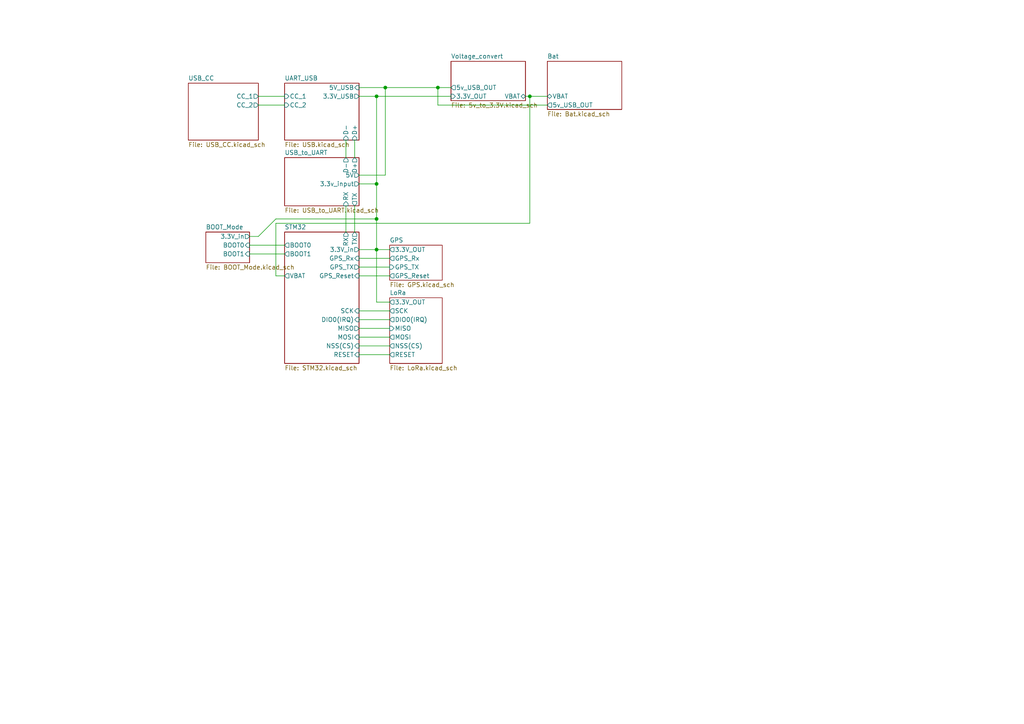
<source format=kicad_sch>
(kicad_sch
	(version 20250114)
	(generator "eeschema")
	(generator_version "9.0")
	(uuid "d400af6c-f61d-4f8b-872f-1b152a1320ea")
	(paper "A4")
	(lib_symbols)
	(junction
		(at 127 25.4)
		(diameter 0)
		(color 0 0 0 0)
		(uuid "2be84249-6782-4cdf-be80-17a0188ea40a")
	)
	(junction
		(at 109.22 53.34)
		(diameter 0)
		(color 0 0 0 0)
		(uuid "74415126-bbe7-4d98-b53b-2bfd0b4fe171")
	)
	(junction
		(at 109.22 27.94)
		(diameter 0)
		(color 0 0 0 0)
		(uuid "a45ddbd9-3d32-49dd-a5c8-715df46b6829")
	)
	(junction
		(at 111.76 25.4)
		(diameter 0)
		(color 0 0 0 0)
		(uuid "a961ce8e-42b3-4ee8-b025-278d4844d368")
	)
	(junction
		(at 153.67 27.94)
		(diameter 0)
		(color 0 0 0 0)
		(uuid "b158818d-c6ae-4811-b978-4e004c60c46f")
	)
	(junction
		(at 109.22 72.39)
		(diameter 0)
		(color 0 0 0 0)
		(uuid "b62cb68e-45e9-4e71-b0f3-9c4729614510")
	)
	(junction
		(at 109.22 63.5)
		(diameter 0)
		(color 0 0 0 0)
		(uuid "c8bda5c8-7c6f-4c71-b46d-bffb7b69465e")
	)
	(wire
		(pts
			(xy 104.14 77.47) (xy 113.03 77.47)
		)
		(stroke
			(width 0)
			(type default)
		)
		(uuid "01b49f48-912f-440b-b646-a44fbd14943a")
	)
	(wire
		(pts
			(xy 104.14 53.34) (xy 109.22 53.34)
		)
		(stroke
			(width 0)
			(type default)
		)
		(uuid "04c9c197-4e16-49bd-95f5-05a5e6cb5b9e")
	)
	(wire
		(pts
			(xy 104.14 80.01) (xy 113.03 80.01)
		)
		(stroke
			(width 0)
			(type default)
		)
		(uuid "07117e30-1586-41bb-bbff-5b7a48f63efc")
	)
	(wire
		(pts
			(xy 127 25.4) (xy 127 30.48)
		)
		(stroke
			(width 0)
			(type default)
		)
		(uuid "094188ac-f19c-463c-b1a1-e85b820920d3")
	)
	(wire
		(pts
			(xy 109.22 87.63) (xy 113.03 87.63)
		)
		(stroke
			(width 0)
			(type default)
		)
		(uuid "203381f4-9cb5-43a8-abdc-9cbb29b47531")
	)
	(wire
		(pts
			(xy 72.39 68.58) (xy 74.93 68.58)
		)
		(stroke
			(width 0)
			(type default)
		)
		(uuid "3e94f0eb-324d-46eb-8cfb-3b0369bd0d2f")
	)
	(wire
		(pts
			(xy 111.76 25.4) (xy 127 25.4)
		)
		(stroke
			(width 0)
			(type default)
		)
		(uuid "41579f7d-b122-402d-a724-38811771d20b")
	)
	(wire
		(pts
			(xy 127 25.4) (xy 130.81 25.4)
		)
		(stroke
			(width 0)
			(type default)
		)
		(uuid "41ab6f60-ae45-4964-8e28-6c2b64f9209a")
	)
	(wire
		(pts
			(xy 80.01 64.77) (xy 80.01 80.01)
		)
		(stroke
			(width 0)
			(type default)
		)
		(uuid "42870402-b355-4c30-951c-f8da69d0a5f5")
	)
	(wire
		(pts
			(xy 153.67 27.94) (xy 158.75 27.94)
		)
		(stroke
			(width 0)
			(type default)
		)
		(uuid "43b4431a-da7e-468b-b2a4-c5794698e520")
	)
	(wire
		(pts
			(xy 102.87 59.69) (xy 102.87 67.31)
		)
		(stroke
			(width 0)
			(type default)
		)
		(uuid "4aa5b0c3-9536-4845-b28d-ad97c71cce75")
	)
	(wire
		(pts
			(xy 100.33 59.69) (xy 100.33 67.31)
		)
		(stroke
			(width 0)
			(type default)
		)
		(uuid "4cb757e8-1495-40d6-b697-162fb234fbdd")
	)
	(wire
		(pts
			(xy 72.39 73.66) (xy 82.55 73.66)
		)
		(stroke
			(width 0)
			(type default)
		)
		(uuid "4e2fe936-8bbb-45f5-aec5-033d89409edf")
	)
	(wire
		(pts
			(xy 104.14 50.8) (xy 111.76 50.8)
		)
		(stroke
			(width 0)
			(type default)
		)
		(uuid "56b5b915-6f76-4874-98e9-cb729a0e303f")
	)
	(wire
		(pts
			(xy 74.93 27.94) (xy 82.55 27.94)
		)
		(stroke
			(width 0)
			(type default)
		)
		(uuid "59906643-f195-4454-adce-9f5a647464ef")
	)
	(wire
		(pts
			(xy 72.39 71.12) (xy 82.55 71.12)
		)
		(stroke
			(width 0)
			(type default)
		)
		(uuid "612ea440-ba38-4747-ac6a-041f36806f54")
	)
	(wire
		(pts
			(xy 104.14 72.39) (xy 109.22 72.39)
		)
		(stroke
			(width 0)
			(type default)
		)
		(uuid "6d53442f-490b-4e7d-8417-b1a0e45d9c0c")
	)
	(wire
		(pts
			(xy 153.67 27.94) (xy 153.67 64.77)
		)
		(stroke
			(width 0)
			(type default)
		)
		(uuid "705364a5-79e4-4004-a30b-3dc5972c934d")
	)
	(wire
		(pts
			(xy 127 30.48) (xy 158.75 30.48)
		)
		(stroke
			(width 0)
			(type default)
		)
		(uuid "7061cb40-f750-47bd-b705-4d2ca60e196d")
	)
	(wire
		(pts
			(xy 109.22 72.39) (xy 109.22 87.63)
		)
		(stroke
			(width 0)
			(type default)
		)
		(uuid "7935cf09-25df-459a-bb43-2aa3a9016bba")
	)
	(wire
		(pts
			(xy 104.14 100.33) (xy 113.03 100.33)
		)
		(stroke
			(width 0)
			(type default)
		)
		(uuid "79580ff3-947c-4de4-838e-b8898f016c30")
	)
	(wire
		(pts
			(xy 104.14 92.71) (xy 113.03 92.71)
		)
		(stroke
			(width 0)
			(type default)
		)
		(uuid "7d5c256a-e3f2-493b-9675-815cc74e0bdb")
	)
	(wire
		(pts
			(xy 104.14 95.25) (xy 113.03 95.25)
		)
		(stroke
			(width 0)
			(type default)
		)
		(uuid "8894eacf-16b1-4b5e-8274-0dd47c813bb8")
	)
	(wire
		(pts
			(xy 102.87 40.64) (xy 102.87 45.72)
		)
		(stroke
			(width 0)
			(type default)
		)
		(uuid "8f3a9834-a13b-42d4-872a-e4a594e0bf1a")
	)
	(wire
		(pts
			(xy 80.01 64.77) (xy 153.67 64.77)
		)
		(stroke
			(width 0)
			(type default)
		)
		(uuid "90077ba9-39df-4370-9877-07f7da23c826")
	)
	(wire
		(pts
			(xy 104.14 90.17) (xy 113.03 90.17)
		)
		(stroke
			(width 0)
			(type default)
		)
		(uuid "9294d5ed-ed67-4099-a7d8-bdf99afbc3b1")
	)
	(wire
		(pts
			(xy 74.93 30.48) (xy 82.55 30.48)
		)
		(stroke
			(width 0)
			(type default)
		)
		(uuid "9a446fb6-9268-4665-a99f-1f484c4fc4d5")
	)
	(wire
		(pts
			(xy 74.93 68.58) (xy 80.01 63.5)
		)
		(stroke
			(width 0)
			(type default)
		)
		(uuid "9dab3fa0-4fba-426e-b63c-c687c946186f")
	)
	(wire
		(pts
			(xy 111.76 25.4) (xy 111.76 50.8)
		)
		(stroke
			(width 0)
			(type default)
		)
		(uuid "acf67662-fa81-4451-9924-9e467cd84554")
	)
	(wire
		(pts
			(xy 104.14 102.87) (xy 113.03 102.87)
		)
		(stroke
			(width 0)
			(type default)
		)
		(uuid "b01d0fbf-e14b-4a8b-b3c5-bbd0b9ea9215")
	)
	(wire
		(pts
			(xy 109.22 27.94) (xy 130.81 27.94)
		)
		(stroke
			(width 0)
			(type default)
		)
		(uuid "b0c6fa9d-51f5-4405-a2f2-2d8371d1e043")
	)
	(wire
		(pts
			(xy 104.14 97.79) (xy 113.03 97.79)
		)
		(stroke
			(width 0)
			(type default)
		)
		(uuid "b0ef516c-e54c-47bf-beac-6dab3d35d644")
	)
	(wire
		(pts
			(xy 109.22 72.39) (xy 113.03 72.39)
		)
		(stroke
			(width 0)
			(type default)
		)
		(uuid "b1130aed-545c-4abf-bee1-175c7e93a0bb")
	)
	(wire
		(pts
			(xy 80.01 80.01) (xy 82.55 80.01)
		)
		(stroke
			(width 0)
			(type default)
		)
		(uuid "bb671224-8648-42a3-a5e8-9a3a81b0b4ef")
	)
	(wire
		(pts
			(xy 80.01 63.5) (xy 109.22 63.5)
		)
		(stroke
			(width 0)
			(type default)
		)
		(uuid "cbeadee4-7dfc-4d50-83b5-048331cab992")
	)
	(wire
		(pts
			(xy 109.22 27.94) (xy 109.22 53.34)
		)
		(stroke
			(width 0)
			(type default)
		)
		(uuid "cea9a58a-c72c-4d7e-9cbe-12dfc2823f03")
	)
	(wire
		(pts
			(xy 109.22 63.5) (xy 109.22 72.39)
		)
		(stroke
			(width 0)
			(type default)
		)
		(uuid "d0a30073-a748-49ef-8b5c-9dcb64dacde8")
	)
	(wire
		(pts
			(xy 104.14 27.94) (xy 109.22 27.94)
		)
		(stroke
			(width 0)
			(type default)
		)
		(uuid "d8fd0529-e8e3-4e5d-bc59-9a70848e3952")
	)
	(wire
		(pts
			(xy 104.14 74.93) (xy 113.03 74.93)
		)
		(stroke
			(width 0)
			(type default)
		)
		(uuid "deff476c-d9dc-4bf5-bf23-bd713d98ba82")
	)
	(wire
		(pts
			(xy 109.22 53.34) (xy 109.22 63.5)
		)
		(stroke
			(width 0)
			(type default)
		)
		(uuid "dfa98f2c-e73e-4801-bef7-17c60ffeb10c")
	)
	(wire
		(pts
			(xy 100.33 40.64) (xy 100.33 45.72)
		)
		(stroke
			(width 0)
			(type default)
		)
		(uuid "e525635f-1cec-4f18-b2f9-1199e3de8e35")
	)
	(wire
		(pts
			(xy 104.14 25.4) (xy 111.76 25.4)
		)
		(stroke
			(width 0)
			(type default)
		)
		(uuid "f3f9f194-9f7d-4734-9488-a08d56f53e73")
	)
	(wire
		(pts
			(xy 152.4 27.94) (xy 153.67 27.94)
		)
		(stroke
			(width 0)
			(type default)
		)
		(uuid "fe234dba-aedc-48ad-b053-2be9dbc94598")
	)
	(sheet
		(at 82.55 67.31)
		(size 21.59 38.1)
		(exclude_from_sim no)
		(in_bom yes)
		(on_board yes)
		(dnp no)
		(fields_autoplaced yes)
		(stroke
			(width 0.1524)
			(type solid)
		)
		(fill
			(color 0 0 0 0.0000)
		)
		(uuid "0ae67f6e-4f17-4cbc-bbf5-63c02f98d1d0")
		(property "Sheetname" "STM32"
			(at 82.55 66.5984 0)
			(effects
				(font
					(size 1.27 1.27)
				)
				(justify left bottom)
			)
		)
		(property "Sheetfile" "STM32.kicad_sch"
			(at 82.55 105.9946 0)
			(effects
				(font
					(size 1.27 1.27)
				)
				(justify left top)
			)
		)
		(pin "RX" output
			(at 100.33 67.31 90)
			(uuid "4f873606-8429-4e24-8f7d-b34f4c5d2b86")
			(effects
				(font
					(size 1.27 1.27)
				)
				(justify right)
			)
		)
		(pin "TX" output
			(at 102.87 67.31 90)
			(uuid "775f93dd-39a6-4fe7-9480-cb0a922b5d0d")
			(effects
				(font
					(size 1.27 1.27)
				)
				(justify right)
			)
		)
		(pin "3.3V_in" output
			(at 104.14 72.39 0)
			(uuid "c6977434-fd02-49d2-96ac-96022f959611")
			(effects
				(font
					(size 1.27 1.27)
				)
				(justify right)
			)
		)
		(pin "BOOT1" output
			(at 82.55 73.66 180)
			(uuid "bbd66c1a-bf3f-42c8-a6be-48de07394779")
			(effects
				(font
					(size 1.27 1.27)
				)
				(justify left)
			)
		)
		(pin "BOOT0" output
			(at 82.55 71.12 180)
			(uuid "98307f94-b8e2-4c71-b699-867069b8a7df")
			(effects
				(font
					(size 1.27 1.27)
				)
				(justify left)
			)
		)
		(pin "VBAT" output
			(at 82.55 80.01 180)
			(uuid "338e7620-e538-473a-82e9-3f20d4dffe72")
			(effects
				(font
					(size 1.27 1.27)
				)
				(justify left)
			)
		)
		(pin "GPS_TX" output
			(at 104.14 77.47 0)
			(uuid "0990fa88-26a2-4134-bcf4-f05cd5be3db6")
			(effects
				(font
					(size 1.27 1.27)
				)
				(justify right)
			)
		)
		(pin "RESET" input
			(at 104.14 102.87 0)
			(uuid "58bfca59-8bc4-4170-ae65-8c6dd26d1093")
			(effects
				(font
					(size 1.27 1.27)
				)
				(justify right)
			)
		)
		(pin "GPS_Reset" input
			(at 104.14 80.01 0)
			(uuid "58290172-3829-4933-99ef-d7dee2e323bf")
			(effects
				(font
					(size 1.27 1.27)
				)
				(justify right)
			)
		)
		(pin "MISO" output
			(at 104.14 95.25 0)
			(uuid "8473e805-5c42-4760-b237-cd45acc57c3c")
			(effects
				(font
					(size 1.27 1.27)
				)
				(justify right)
			)
		)
		(pin "NSS(CS)" input
			(at 104.14 100.33 0)
			(uuid "ac8ded8b-aaee-4c6b-97d1-e8fdd5064369")
			(effects
				(font
					(size 1.27 1.27)
				)
				(justify right)
			)
		)
		(pin "GPS_Rx" input
			(at 104.14 74.93 0)
			(uuid "d5152af5-93cb-4a2a-9089-380ed2ea1f5c")
			(effects
				(font
					(size 1.27 1.27)
				)
				(justify right)
			)
		)
		(pin "MOSI" input
			(at 104.14 97.79 0)
			(uuid "639b8717-ed12-4e24-8255-ff3f7dc6744a")
			(effects
				(font
					(size 1.27 1.27)
				)
				(justify right)
			)
		)
		(pin "SCK" input
			(at 104.14 90.17 0)
			(uuid "2d87d7bf-9a48-4434-94b4-af1bbaf9104b")
			(effects
				(font
					(size 1.27 1.27)
				)
				(justify right)
			)
		)
		(pin "DIO0(IRQ)" input
			(at 104.14 92.71 0)
			(uuid "579dae46-d45b-471c-bf23-2b9495f6de4d")
			(effects
				(font
					(size 1.27 1.27)
				)
				(justify right)
			)
		)
		(instances
			(project "FLP_PCB_set"
				(path "/3f8c5218-62bd-4afc-a38b-629e4a961e52/cb21122d-83f9-4f10-9012-eb16f816aa97"
					(page "6")
				)
			)
		)
	)
	(sheet
		(at 54.61 24.13)
		(size 20.32 16.51)
		(exclude_from_sim no)
		(in_bom yes)
		(on_board yes)
		(dnp no)
		(fields_autoplaced yes)
		(stroke
			(width 0.1524)
			(type solid)
		)
		(fill
			(color 0 0 0 0.0000)
		)
		(uuid "2508fd1a-b460-4e54-ae43-854b285e1d14")
		(property "Sheetname" "USB_CC"
			(at 54.61 23.4184 0)
			(effects
				(font
					(size 1.27 1.27)
				)
				(justify left bottom)
			)
		)
		(property "Sheetfile" "USB_CC.kicad_sch"
			(at 54.61 41.2246 0)
			(effects
				(font
					(size 1.27 1.27)
				)
				(justify left top)
			)
		)
		(pin "CC_1" output
			(at 74.93 27.94 0)
			(uuid "46d03252-ef63-4280-90af-f4a6f00dce7c")
			(effects
				(font
					(size 1.27 1.27)
				)
				(justify right)
			)
		)
		(pin "CC_2" output
			(at 74.93 30.48 0)
			(uuid "5aa516ba-054e-4d08-b03a-ed82e0a903c6")
			(effects
				(font
					(size 1.27 1.27)
				)
				(justify right)
			)
		)
		(instances
			(project "FLP_PCB_set"
				(path "/3f8c5218-62bd-4afc-a38b-629e4a961e52/cb21122d-83f9-4f10-9012-eb16f816aa97"
					(page "5")
				)
			)
		)
	)
	(sheet
		(at 113.03 86.36)
		(size 15.24 19.05)
		(exclude_from_sim no)
		(in_bom yes)
		(on_board yes)
		(dnp no)
		(fields_autoplaced yes)
		(stroke
			(width 0.1524)
			(type solid)
		)
		(fill
			(color 0 0 0 0.0000)
		)
		(uuid "3eba69d0-8bea-4ef4-86fc-54dd02157b88")
		(property "Sheetname" "LoRa"
			(at 113.03 85.6484 0)
			(effects
				(font
					(size 1.27 1.27)
				)
				(justify left bottom)
			)
		)
		(property "Sheetfile" "LoRa.kicad_sch"
			(at 113.03 105.9946 0)
			(effects
				(font
					(size 1.27 1.27)
				)
				(justify left top)
			)
		)
		(pin "DIO0(IRQ)" output
			(at 113.03 92.71 180)
			(uuid "902cd08f-8840-4423-b308-760e865dc14a")
			(effects
				(font
					(size 1.27 1.27)
				)
				(justify left)
			)
		)
		(pin "NSS(CS)" output
			(at 113.03 100.33 180)
			(uuid "9a6112e6-8b80-4cb0-a45c-4ad8328db038")
			(effects
				(font
					(size 1.27 1.27)
				)
				(justify left)
			)
		)
		(pin "MISO" input
			(at 113.03 95.25 180)
			(uuid "840caf19-6446-418b-981c-7328bc2a2ab5")
			(effects
				(font
					(size 1.27 1.27)
				)
				(justify left)
			)
		)
		(pin "3.3V_OUT" output
			(at 113.03 87.63 180)
			(uuid "164ce54b-6974-4341-aede-096ab592514d")
			(effects
				(font
					(size 1.27 1.27)
				)
				(justify left)
			)
		)
		(pin "SCK" output
			(at 113.03 90.17 180)
			(uuid "5f16f38d-c1da-42d4-899d-538deccaa0dc")
			(effects
				(font
					(size 1.27 1.27)
				)
				(justify left)
			)
		)
		(pin "RESET" output
			(at 113.03 102.87 180)
			(uuid "608f22a0-8e65-43d7-bdaf-9f1c5de156f4")
			(effects
				(font
					(size 1.27 1.27)
				)
				(justify left)
			)
		)
		(pin "MOSI" output
			(at 113.03 97.79 180)
			(uuid "9e3160a5-8b56-4b76-b675-385a03e15596")
			(effects
				(font
					(size 1.27 1.27)
				)
				(justify left)
			)
		)
		(instances
			(project "FLP_PCB_set"
				(path "/3f8c5218-62bd-4afc-a38b-629e4a961e52/cb21122d-83f9-4f10-9012-eb16f816aa97"
					(page "10")
				)
			)
		)
	)
	(sheet
		(at 59.69 67.31)
		(size 12.7 8.89)
		(exclude_from_sim no)
		(in_bom yes)
		(on_board yes)
		(dnp no)
		(fields_autoplaced yes)
		(stroke
			(width 0.1524)
			(type solid)
		)
		(fill
			(color 0 0 0 0.0000)
		)
		(uuid "93f579ec-9a41-4198-b2c4-9a4e8cc596ea")
		(property "Sheetname" "BOOT_Mode"
			(at 59.69 66.5984 0)
			(effects
				(font
					(size 1.27 1.27)
				)
				(justify left bottom)
			)
		)
		(property "Sheetfile" "BOOT_Mode.kicad_sch"
			(at 59.69 76.7846 0)
			(effects
				(font
					(size 1.27 1.27)
				)
				(justify left top)
			)
		)
		(pin "3.3V_in" output
			(at 72.39 68.58 0)
			(uuid "a6c44f99-a9a2-40c7-88fd-46217da4ec60")
			(effects
				(font
					(size 1.27 1.27)
				)
				(justify right)
			)
		)
		(pin "BOOT0" input
			(at 72.39 71.12 0)
			(uuid "006941bd-fa0d-497b-86fe-6561d1ed9f1e")
			(effects
				(font
					(size 1.27 1.27)
				)
				(justify right)
			)
		)
		(pin "BOOT1" input
			(at 72.39 73.66 0)
			(uuid "cc9de8a4-b9de-4eee-9c9c-8f0f60e86b23")
			(effects
				(font
					(size 1.27 1.27)
				)
				(justify right)
			)
		)
		(instances
			(project "FLP_PCB_set"
				(path "/3f8c5218-62bd-4afc-a38b-629e4a961e52/cb21122d-83f9-4f10-9012-eb16f816aa97"
					(page "12")
				)
			)
		)
	)
	(sheet
		(at 82.55 45.72)
		(size 21.59 13.97)
		(exclude_from_sim no)
		(in_bom yes)
		(on_board yes)
		(dnp no)
		(fields_autoplaced yes)
		(stroke
			(width 0.1524)
			(type solid)
		)
		(fill
			(color 0 0 0 0.0000)
		)
		(uuid "9fc78345-966a-44a3-b601-cea51d8ab616")
		(property "Sheetname" "USB_to_UART"
			(at 82.55 45.0084 0)
			(effects
				(font
					(size 1.27 1.27)
				)
				(justify left bottom)
			)
		)
		(property "Sheetfile" "USB_to_UART.kicad_sch"
			(at 82.55 60.2746 0)
			(effects
				(font
					(size 1.27 1.27)
				)
				(justify left top)
			)
		)
		(pin "D-" output
			(at 100.33 45.72 90)
			(uuid "f196ea29-a0f4-40a5-b6b6-9577f9f762ee")
			(effects
				(font
					(size 1.27 1.27)
				)
				(justify right)
			)
		)
		(pin "5V" output
			(at 104.14 50.8 0)
			(uuid "95107a11-c155-43e3-bb64-43e56c810d64")
			(effects
				(font
					(size 1.27 1.27)
				)
				(justify right)
			)
		)
		(pin "D+" output
			(at 102.87 45.72 90)
			(uuid "7f376c06-ed7c-4f94-9dc4-31cced420c29")
			(effects
				(font
					(size 1.27 1.27)
				)
				(justify right)
			)
		)
		(pin "RX" input
			(at 100.33 59.69 270)
			(uuid "25e367da-6209-4b76-89c8-e6ab5ae81e88")
			(effects
				(font
					(size 1.27 1.27)
				)
				(justify left)
			)
		)
		(pin "TX" output
			(at 102.87 59.69 270)
			(uuid "3650aa1c-c02b-4315-b870-48147277cb26")
			(effects
				(font
					(size 1.27 1.27)
				)
				(justify left)
			)
		)
		(pin "3.3v_input" output
			(at 104.14 53.34 0)
			(uuid "c878e358-a89a-4b8a-9721-34686b833866")
			(effects
				(font
					(size 1.27 1.27)
				)
				(justify right)
			)
		)
		(instances
			(project "FLP_PCB_set"
				(path "/3f8c5218-62bd-4afc-a38b-629e4a961e52/cb21122d-83f9-4f10-9012-eb16f816aa97"
					(page "11")
				)
			)
		)
	)
	(sheet
		(at 82.55 24.13)
		(size 21.59 16.51)
		(exclude_from_sim no)
		(in_bom yes)
		(on_board yes)
		(dnp no)
		(fields_autoplaced yes)
		(stroke
			(width 0.1524)
			(type solid)
		)
		(fill
			(color 0 0 0 0.0000)
		)
		(uuid "a453b314-1f32-488d-baa1-e2b591ed45a3")
		(property "Sheetname" "UART_USB"
			(at 82.55 23.4184 0)
			(effects
				(font
					(size 1.27 1.27)
				)
				(justify left bottom)
			)
		)
		(property "Sheetfile" "USB.kicad_sch"
			(at 82.55 41.2246 0)
			(effects
				(font
					(size 1.27 1.27)
				)
				(justify left top)
			)
		)
		(pin "CC_1" input
			(at 82.55 27.94 180)
			(uuid "3f72b571-52cd-44f4-9155-1653175cc6fa")
			(effects
				(font
					(size 1.27 1.27)
				)
				(justify left)
			)
		)
		(pin "CC_2" input
			(at 82.55 30.48 180)
			(uuid "06425a61-782c-4e1f-815a-ee107e49da6a")
			(effects
				(font
					(size 1.27 1.27)
				)
				(justify left)
			)
		)
		(pin "D+" input
			(at 102.87 40.64 270)
			(uuid "5b375cda-6c86-4f11-9ad4-1495520197ca")
			(effects
				(font
					(size 1.27 1.27)
				)
				(justify left)
			)
		)
		(pin "D-" input
			(at 100.33 40.64 270)
			(uuid "14c799bf-4eac-4f00-8abf-4a286a085045")
			(effects
				(font
					(size 1.27 1.27)
				)
				(justify left)
			)
		)
		(pin "5V_USB" input
			(at 104.14 25.4 0)
			(uuid "9aebbf29-3c1d-4cbe-9f05-236abebffae7")
			(effects
				(font
					(size 1.27 1.27)
				)
				(justify right)
			)
		)
		(pin "3.3V_USB" output
			(at 104.14 27.94 0)
			(uuid "3c30dcb2-e682-4a03-a903-a71f4e39be12")
			(effects
				(font
					(size 1.27 1.27)
				)
				(justify right)
			)
		)
		(instances
			(project "FLP_PCB_set"
				(path "/3f8c5218-62bd-4afc-a38b-629e4a961e52/cb21122d-83f9-4f10-9012-eb16f816aa97"
					(page "4")
				)
			)
		)
	)
	(sheet
		(at 130.81 17.78)
		(size 21.59 11.43)
		(exclude_from_sim no)
		(in_bom yes)
		(on_board yes)
		(dnp no)
		(fields_autoplaced yes)
		(stroke
			(width 0.1524)
			(type solid)
		)
		(fill
			(color 0 0 0 0.0000)
		)
		(uuid "ada91f11-1394-4bbf-b7f9-c4d19c7b4248")
		(property "Sheetname" "Voltage_convert"
			(at 130.81 17.0684 0)
			(effects
				(font
					(size 1.27 1.27)
				)
				(justify left bottom)
			)
		)
		(property "Sheetfile" "5v_to_3.3V.kicad_sch"
			(at 130.81 29.7946 0)
			(effects
				(font
					(size 1.27 1.27)
				)
				(justify left top)
			)
		)
		(pin "5v_USB_OUT" output
			(at 130.81 25.4 180)
			(uuid "b6812cf5-76fc-48a2-95cd-63009f82066a")
			(effects
				(font
					(size 1.27 1.27)
				)
				(justify left)
			)
		)
		(pin "VBAT" bidirectional
			(at 152.4 27.94 0)
			(uuid "80af898c-7aa8-4967-b0e7-094329851bf4")
			(effects
				(font
					(size 1.27 1.27)
				)
				(justify right)
			)
		)
		(pin "3.3V_OUT" input
			(at 130.81 27.94 180)
			(uuid "3021d7d5-cb30-4ba5-a78c-dbb17745085e")
			(effects
				(font
					(size 1.27 1.27)
				)
				(justify left)
			)
		)
		(instances
			(project "FLP_PCB_set"
				(path "/3f8c5218-62bd-4afc-a38b-629e4a961e52/cb21122d-83f9-4f10-9012-eb16f816aa97"
					(page "7")
				)
			)
		)
	)
	(sheet
		(at 158.75 17.78)
		(size 21.59 13.97)
		(exclude_from_sim no)
		(in_bom yes)
		(on_board yes)
		(dnp no)
		(fields_autoplaced yes)
		(stroke
			(width 0.1524)
			(type solid)
		)
		(fill
			(color 0 0 0 0.0000)
		)
		(uuid "b5817f9e-7fce-4188-85e5-575d86700cf4")
		(property "Sheetname" "Bat"
			(at 158.75 17.0684 0)
			(effects
				(font
					(size 1.27 1.27)
				)
				(justify left bottom)
			)
		)
		(property "Sheetfile" "Bat.kicad_sch"
			(at 158.75 32.3346 0)
			(effects
				(font
					(size 1.27 1.27)
				)
				(justify left top)
			)
		)
		(pin "5v_USB_OUT" output
			(at 158.75 30.48 180)
			(uuid "537deacf-a139-433b-b07e-7b5418212da2")
			(effects
				(font
					(size 1.27 1.27)
				)
				(justify left)
			)
		)
		(pin "VBAT" bidirectional
			(at 158.75 27.94 180)
			(uuid "6b7a5c1d-70dd-468c-9ea5-4d35fbcf8d5b")
			(effects
				(font
					(size 1.27 1.27)
				)
				(justify left)
			)
		)
		(instances
			(project "FLP_PCB_set"
				(path "/3f8c5218-62bd-4afc-a38b-629e4a961e52/cb21122d-83f9-4f10-9012-eb16f816aa97"
					(page "8")
				)
			)
		)
	)
	(sheet
		(at 113.03 71.12)
		(size 15.24 10.16)
		(exclude_from_sim no)
		(in_bom yes)
		(on_board yes)
		(dnp no)
		(fields_autoplaced yes)
		(stroke
			(width 0.1524)
			(type solid)
		)
		(fill
			(color 0 0 0 0.0000)
		)
		(uuid "d0f0a116-a95e-4434-aa99-e51c1538bd1a")
		(property "Sheetname" "GPS"
			(at 113.03 70.4084 0)
			(effects
				(font
					(size 1.27 1.27)
				)
				(justify left bottom)
			)
		)
		(property "Sheetfile" "GPS.kicad_sch"
			(at 113.03 81.8646 0)
			(effects
				(font
					(size 1.27 1.27)
				)
				(justify left top)
			)
		)
		(pin "GPS_TX" input
			(at 113.03 77.47 180)
			(uuid "269b3f15-3c61-4449-9c47-82001b2d74a2")
			(effects
				(font
					(size 1.27 1.27)
				)
				(justify left)
			)
		)
		(pin "GPS_Rx" output
			(at 113.03 74.93 180)
			(uuid "c5046836-c266-433d-97dd-854b43b21834")
			(effects
				(font
					(size 1.27 1.27)
				)
				(justify left)
			)
		)
		(pin "3.3V_OUT" output
			(at 113.03 72.39 180)
			(uuid "174f230a-04c3-4467-8b13-558feef36671")
			(effects
				(font
					(size 1.27 1.27)
				)
				(justify left)
			)
		)
		(pin "GPS_Reset" output
			(at 113.03 80.01 180)
			(uuid "bda57190-b809-41c2-acd7-1c9b1ebe7ea1")
			(effects
				(font
					(size 1.27 1.27)
				)
				(justify left)
			)
		)
		(instances
			(project "FLP_PCB_set"
				(path "/3f8c5218-62bd-4afc-a38b-629e4a961e52/cb21122d-83f9-4f10-9012-eb16f816aa97"
					(page "9")
				)
			)
		)
	)
)

</source>
